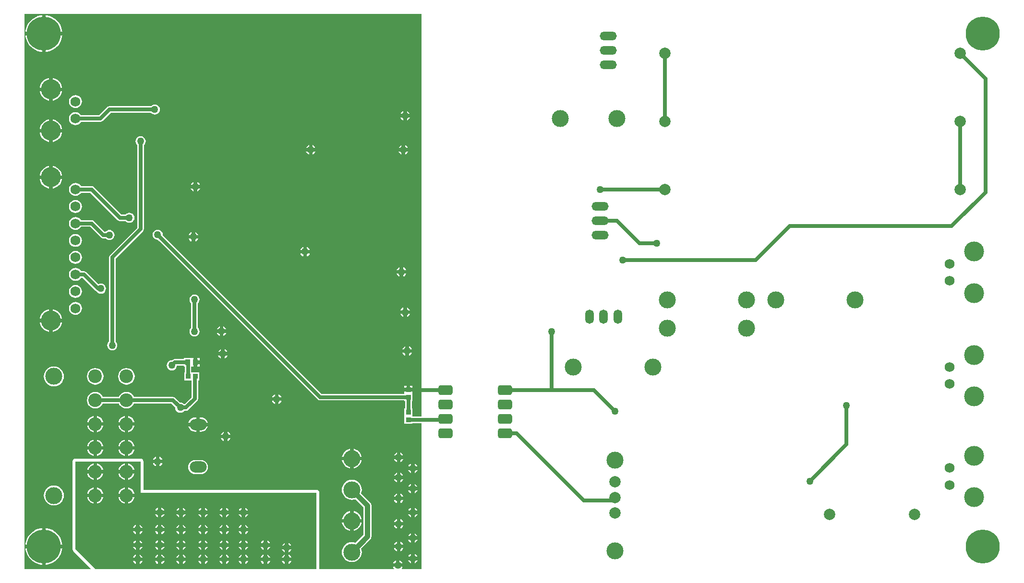
<source format=gbl>
G04*
G04 #@! TF.GenerationSoftware,Altium Limited,Altium Designer,18.1.9 (240)*
G04*
G04 Layer_Physical_Order=2*
G04 Layer_Color=16711680*
%FSLAX44Y44*%
%MOMM*%
G71*
G01*
G75*
%ADD22R,0.9500X0.8500*%
%ADD24R,0.8500X0.9500*%
G04:AMPARAMS|DCode=26|XSize=2.52mm|YSize=1.75mm|CornerRadius=0.4375mm|HoleSize=0mm|Usage=FLASHONLY|Rotation=180.000|XOffset=0mm|YOffset=0mm|HoleType=Round|Shape=RoundedRectangle|*
%AMROUNDEDRECTD26*
21,1,2.5200,0.8750,0,0,180.0*
21,1,1.6450,1.7500,0,0,180.0*
1,1,0.8750,-0.8225,0.4375*
1,1,0.8750,0.8225,0.4375*
1,1,0.8750,0.8225,-0.4375*
1,1,0.8750,-0.8225,-0.4375*
%
%ADD26ROUNDEDRECTD26*%
%ADD58C,0.6350*%
%ADD60C,2.0000*%
%ADD61C,3.0000*%
%ADD62C,1.7500*%
%ADD63C,3.5000*%
%ADD64C,2.4000*%
%ADD65O,1.5000X2.5000*%
%ADD66O,3.0000X1.5000*%
%ADD67O,3.0000X2.0000*%
%ADD68C,1.2700*%
%ADD69C,6.0000*%
%ADD70R,0.9000X1.0000*%
%ADD71C,0.8890*%
G36*
X715000Y279327D02*
X699525D01*
Y293290D01*
X698062D01*
Y306710D01*
X699525D01*
Y319710D01*
Y323325D01*
X692234D01*
X684945D01*
Y319327D01*
X538914D01*
X258882Y599358D01*
X258967Y600000D01*
X258661Y602321D01*
X257765Y604483D01*
X256340Y606340D01*
X254483Y607765D01*
X252321Y608661D01*
X250000Y608967D01*
X247679Y608661D01*
X245517Y607765D01*
X243660Y606340D01*
X242235Y604483D01*
X241339Y602321D01*
X241033Y600000D01*
X241339Y597679D01*
X242235Y595517D01*
X243660Y593660D01*
X245517Y592235D01*
X247679Y591339D01*
X250000Y591033D01*
X250642Y591118D01*
X532380Y309380D01*
X534270Y308117D01*
X536500Y307673D01*
X684945D01*
Y306710D01*
X686408D01*
Y293290D01*
X684945D01*
Y279710D01*
Y266710D01*
X699525D01*
Y267673D01*
X715000D01*
Y10000D01*
X680867D01*
X680241Y11270D01*
X681265Y12605D01*
X681807Y13913D01*
X665193D01*
X665735Y12605D01*
X666759Y11270D01*
X666133Y10000D01*
X536368D01*
X535098Y10000D01*
Y145000D01*
X534710Y146951D01*
X533605Y148605D01*
X531951Y149710D01*
X530000Y150098D01*
X225098D01*
Y200000D01*
X224710Y201951D01*
X223605Y203605D01*
X221951Y204710D01*
X220000Y205098D01*
X105000D01*
X103049Y204710D01*
X101395Y203605D01*
X100290Y201951D01*
X99902Y200000D01*
X99902Y145000D01*
X99902Y45000D01*
X100290Y43049D01*
X101395Y41395D01*
X131617Y11173D01*
X131131Y10000D01*
X15000D01*
X15000Y990000D01*
X715000Y990000D01*
X715000Y279327D01*
D02*
G37*
G36*
X220000Y199498D02*
X220000D01*
X220000Y199498D01*
Y150098D01*
Y145000D01*
X528938D01*
X530000Y144498D01*
X530000D01*
X530000Y144498D01*
Y10000D01*
X140000D01*
X135222Y14778D01*
X128740Y21260D01*
X105355Y44645D01*
X105092Y45038D01*
X105000Y45502D01*
X105000Y145000D01*
X105000Y199498D01*
X105083Y199917D01*
X105502Y200000D01*
X218938D01*
X220000Y199498D01*
D02*
G37*
%LPC*%
G36*
X52550Y987391D02*
Y958175D01*
X81766D01*
X81614Y960106D01*
X80418Y965087D01*
X78458Y969818D01*
X75782Y974186D01*
X72456Y978080D01*
X68561Y981407D01*
X64194Y984083D01*
X59462Y986043D01*
X54481Y987239D01*
X52550Y987391D01*
D02*
G37*
G36*
X46200D02*
X44269Y987239D01*
X39289Y986043D01*
X34557Y984083D01*
X30189Y981407D01*
X26295Y978080D01*
X22968Y974186D01*
X20292Y969818D01*
X18332Y965087D01*
X17136Y960106D01*
X16984Y958175D01*
X46200D01*
Y987391D01*
D02*
G37*
G36*
X81766Y951825D02*
X52550D01*
Y922609D01*
X54481Y922761D01*
X59462Y923957D01*
X64194Y925917D01*
X68561Y928593D01*
X72456Y931920D01*
X75782Y935814D01*
X78458Y940182D01*
X80418Y944913D01*
X81614Y949894D01*
X81766Y951825D01*
D02*
G37*
G36*
X46200D02*
X16984D01*
X17136Y949894D01*
X18332Y944913D01*
X20292Y940182D01*
X22968Y935814D01*
X26295Y931920D01*
X30189Y928593D01*
X34557Y925917D01*
X39289Y923957D01*
X44269Y922761D01*
X46200Y922609D01*
Y951825D01*
D02*
G37*
G36*
X64975Y876324D02*
Y859675D01*
X81624D01*
X81550Y860428D01*
X80404Y864206D01*
X78543Y867688D01*
X76039Y870739D01*
X72987Y873243D01*
X69506Y875104D01*
X65729Y876250D01*
X64975Y876324D01*
D02*
G37*
G36*
X58625D02*
X57871Y876250D01*
X54094Y875104D01*
X50613Y873243D01*
X47561Y870739D01*
X45057Y867688D01*
X43196Y864206D01*
X42050Y860428D01*
X41976Y859675D01*
X58625D01*
Y876324D01*
D02*
G37*
G36*
X81624Y853325D02*
X64975D01*
Y836676D01*
X65729Y836750D01*
X69506Y837896D01*
X72987Y839757D01*
X76039Y842261D01*
X78543Y845312D01*
X80404Y848794D01*
X81550Y852571D01*
X81624Y853325D01*
D02*
G37*
G36*
X58625D02*
X41976D01*
X42050Y852571D01*
X43196Y848794D01*
X45057Y845312D01*
X47561Y842261D01*
X50613Y839757D01*
X54094Y837896D01*
X57871Y836750D01*
X58625Y836676D01*
Y853325D01*
D02*
G37*
G36*
X105000Y846387D02*
X102053Y845999D01*
X99306Y844862D01*
X96948Y843052D01*
X95138Y840694D01*
X94001Y837947D01*
X93613Y835000D01*
X94001Y832053D01*
X95138Y829306D01*
X96948Y826948D01*
X99306Y825138D01*
X102053Y824001D01*
X105000Y823613D01*
X107947Y824001D01*
X110694Y825138D01*
X113052Y826948D01*
X114862Y829306D01*
X115999Y832053D01*
X116387Y835000D01*
X115999Y837947D01*
X114862Y840694D01*
X113052Y843052D01*
X110694Y844862D01*
X107947Y845999D01*
X105000Y846387D01*
D02*
G37*
G36*
X689675Y818307D02*
Y813175D01*
X694807D01*
X694265Y814483D01*
X692840Y816340D01*
X690983Y817765D01*
X689675Y818307D01*
D02*
G37*
G36*
X683325D02*
X682017Y817765D01*
X680160Y816340D01*
X678735Y814483D01*
X678193Y813175D01*
X683325D01*
Y818307D01*
D02*
G37*
G36*
X245000Y829967D02*
X242679Y829661D01*
X240517Y828765D01*
X238660Y827340D01*
X238266Y826827D01*
X165000D01*
X162770Y826383D01*
X160880Y825120D01*
X146586Y810827D01*
X114760D01*
X113052Y813052D01*
X110694Y814862D01*
X107947Y815999D01*
X105000Y816387D01*
X102053Y815999D01*
X99306Y814862D01*
X96948Y813052D01*
X95138Y810694D01*
X94001Y807947D01*
X93613Y805000D01*
X94001Y802053D01*
X95138Y799306D01*
X96948Y796948D01*
X99306Y795138D01*
X102053Y794001D01*
X105000Y793613D01*
X107947Y794001D01*
X110694Y795138D01*
X113052Y796948D01*
X114760Y799173D01*
X149000D01*
X151230Y799617D01*
X153120Y800880D01*
X167414Y815173D01*
X238266D01*
X238660Y814660D01*
X240517Y813235D01*
X242679Y812339D01*
X245000Y812033D01*
X247321Y812339D01*
X249483Y813235D01*
X251340Y814660D01*
X252765Y816517D01*
X253661Y818679D01*
X253967Y821000D01*
X253661Y823321D01*
X252765Y825483D01*
X251340Y827340D01*
X249483Y828765D01*
X247321Y829661D01*
X245000Y829967D01*
D02*
G37*
G36*
X694807Y806825D02*
X689675D01*
Y801693D01*
X690983Y802235D01*
X692840Y803660D01*
X694265Y805517D01*
X694807Y806825D01*
D02*
G37*
G36*
X683325D02*
X678193D01*
X678735Y805517D01*
X680160Y803660D01*
X682017Y802235D01*
X683325Y801693D01*
Y806825D01*
D02*
G37*
G36*
X64975Y803324D02*
Y786675D01*
X81624D01*
X81550Y787429D01*
X80404Y791206D01*
X78543Y794688D01*
X76039Y797739D01*
X72987Y800243D01*
X69506Y802104D01*
X65729Y803250D01*
X64975Y803324D01*
D02*
G37*
G36*
X58625D02*
X57871Y803250D01*
X54094Y802104D01*
X50613Y800243D01*
X47561Y797739D01*
X45057Y794688D01*
X43196Y791206D01*
X42050Y787429D01*
X41976Y786675D01*
X58625D01*
Y803324D01*
D02*
G37*
G36*
X81624Y780325D02*
X64975D01*
Y763676D01*
X65729Y763750D01*
X69506Y764896D01*
X72987Y766757D01*
X76039Y769261D01*
X78543Y772312D01*
X80404Y775794D01*
X81550Y779572D01*
X81624Y780325D01*
D02*
G37*
G36*
X58625D02*
X41976D01*
X42050Y779572D01*
X43196Y775794D01*
X45057Y772312D01*
X47561Y769261D01*
X50613Y766757D01*
X54094Y764896D01*
X57871Y763750D01*
X58625Y763676D01*
Y780325D01*
D02*
G37*
G36*
X686500Y758307D02*
Y753175D01*
X691632D01*
X691090Y754483D01*
X689665Y756340D01*
X687808Y757765D01*
X686500Y758307D01*
D02*
G37*
G36*
X680150D02*
X678842Y757765D01*
X676985Y756340D01*
X675560Y754483D01*
X675018Y753175D01*
X680150D01*
Y758307D01*
D02*
G37*
G36*
X523175D02*
Y753175D01*
X528307D01*
X527765Y754483D01*
X526340Y756340D01*
X524483Y757765D01*
X523175Y758307D01*
D02*
G37*
G36*
X516825D02*
X515517Y757765D01*
X513660Y756340D01*
X512235Y754483D01*
X511693Y753175D01*
X516825D01*
Y758307D01*
D02*
G37*
G36*
X691632Y746825D02*
X686500D01*
Y741693D01*
X687808Y742235D01*
X689665Y743660D01*
X691090Y745517D01*
X691632Y746825D01*
D02*
G37*
G36*
X680150D02*
X675018D01*
X675560Y745517D01*
X676985Y743660D01*
X678842Y742235D01*
X680150Y741693D01*
Y746825D01*
D02*
G37*
G36*
X528307D02*
X523175D01*
Y741693D01*
X524483Y742235D01*
X526340Y743660D01*
X527765Y745517D01*
X528307Y746825D01*
D02*
G37*
G36*
X516825D02*
X511693D01*
X512235Y745517D01*
X513660Y743660D01*
X515517Y742235D01*
X516825Y741693D01*
Y746825D01*
D02*
G37*
G36*
X64975Y721324D02*
Y704675D01*
X81624D01*
X81550Y705428D01*
X80404Y709206D01*
X78543Y712688D01*
X76039Y715739D01*
X72987Y718243D01*
X69506Y720104D01*
X65729Y721250D01*
X64975Y721324D01*
D02*
G37*
G36*
X58625D02*
X57871Y721250D01*
X54094Y720104D01*
X50613Y718243D01*
X47561Y715739D01*
X45057Y712688D01*
X43196Y709206D01*
X42050Y705428D01*
X41976Y704675D01*
X58625D01*
Y721324D01*
D02*
G37*
G36*
X319905Y693307D02*
Y688175D01*
X325037D01*
X324495Y689483D01*
X323070Y691340D01*
X321213Y692765D01*
X319905Y693307D01*
D02*
G37*
G36*
X313555D02*
X312247Y692765D01*
X310390Y691340D01*
X308965Y689483D01*
X308423Y688175D01*
X313555D01*
Y693307D01*
D02*
G37*
G36*
X81624Y698325D02*
X64975D01*
Y681676D01*
X65729Y681750D01*
X69506Y682896D01*
X72987Y684757D01*
X76039Y687261D01*
X78543Y690312D01*
X80404Y693794D01*
X81550Y697571D01*
X81624Y698325D01*
D02*
G37*
G36*
X58625D02*
X41976D01*
X42050Y697571D01*
X43196Y693794D01*
X45057Y690312D01*
X47561Y687261D01*
X50613Y684757D01*
X54094Y682896D01*
X57871Y681750D01*
X58625Y681676D01*
Y698325D01*
D02*
G37*
G36*
X325037Y681825D02*
X319905D01*
Y676693D01*
X321213Y677235D01*
X323070Y678660D01*
X324495Y680517D01*
X325037Y681825D01*
D02*
G37*
G36*
X313555D02*
X308423D01*
X308965Y680517D01*
X310390Y678660D01*
X312247Y677235D01*
X313555Y676693D01*
Y681825D01*
D02*
G37*
G36*
X105000Y661387D02*
X102053Y660999D01*
X99306Y659862D01*
X96948Y658052D01*
X95138Y655694D01*
X94001Y652947D01*
X93613Y650000D01*
X94001Y647053D01*
X95138Y644306D01*
X96948Y641948D01*
X99306Y640138D01*
X102053Y639001D01*
X105000Y638613D01*
X107947Y639001D01*
X110694Y640138D01*
X113052Y641948D01*
X114862Y644306D01*
X115999Y647053D01*
X116387Y650000D01*
X115999Y652947D01*
X114862Y655694D01*
X113052Y658052D01*
X110694Y659862D01*
X107947Y660999D01*
X105000Y661387D01*
D02*
G37*
G36*
Y691387D02*
X102053Y690999D01*
X99306Y689862D01*
X96948Y688052D01*
X95138Y685694D01*
X94001Y682947D01*
X93613Y680000D01*
X94001Y677053D01*
X95138Y674306D01*
X96948Y671948D01*
X99306Y670138D01*
X102053Y669001D01*
X105000Y668613D01*
X107947Y669001D01*
X110694Y670138D01*
X113052Y671948D01*
X114760Y674173D01*
X131176D01*
X179470Y625880D01*
X181360Y624617D01*
X183590Y624173D01*
X193266D01*
X193660Y623660D01*
X195517Y622235D01*
X197679Y621339D01*
X200000Y621033D01*
X202321Y621339D01*
X204483Y622235D01*
X206340Y623660D01*
X207765Y625517D01*
X208661Y627679D01*
X208967Y630000D01*
X208661Y632321D01*
X207765Y634483D01*
X206340Y636340D01*
X204483Y637765D01*
X202321Y638661D01*
X200000Y638967D01*
X197679Y638661D01*
X195517Y637765D01*
X193660Y636340D01*
X193266Y635827D01*
X186004D01*
X137710Y684120D01*
X135820Y685383D01*
X133590Y685827D01*
X114760D01*
X113052Y688052D01*
X110694Y689862D01*
X107947Y690999D01*
X105000Y691387D01*
D02*
G37*
G36*
X316172Y604807D02*
Y599675D01*
X321304D01*
X320762Y600983D01*
X319337Y602840D01*
X317480Y604265D01*
X316172Y604807D01*
D02*
G37*
G36*
X309822D02*
X308513Y604265D01*
X306656Y602840D01*
X305231Y600983D01*
X304689Y599675D01*
X309822D01*
Y604807D01*
D02*
G37*
G36*
X105000Y631387D02*
X102053Y630999D01*
X99306Y629862D01*
X96948Y628052D01*
X95138Y625694D01*
X94001Y622947D01*
X93613Y620000D01*
X94001Y617053D01*
X95138Y614306D01*
X96948Y611948D01*
X99306Y610138D01*
X102053Y609001D01*
X105000Y608613D01*
X107947Y609001D01*
X110694Y610138D01*
X113052Y611948D01*
X114760Y614173D01*
X131176D01*
X149870Y595480D01*
X151760Y594217D01*
X153990Y593773D01*
X158266D01*
X158660Y593260D01*
X160517Y591835D01*
X162679Y590939D01*
X165000Y590633D01*
X167321Y590939D01*
X169483Y591835D01*
X171340Y593260D01*
X172765Y595117D01*
X173661Y597279D01*
X173967Y599600D01*
X173661Y601921D01*
X172765Y604083D01*
X171340Y605940D01*
X169483Y607365D01*
X167321Y608261D01*
X165000Y608567D01*
X162679Y608261D01*
X160517Y607365D01*
X158660Y605940D01*
X158266Y605427D01*
X156404D01*
X137710Y624120D01*
X135820Y625383D01*
X133590Y625827D01*
X114760D01*
X113052Y628052D01*
X110694Y629862D01*
X107947Y630999D01*
X105000Y631387D01*
D02*
G37*
G36*
X321304Y593325D02*
X316172D01*
Y588193D01*
X317480Y588735D01*
X319337Y590160D01*
X320762Y592017D01*
X321304Y593325D01*
D02*
G37*
G36*
X309822D02*
X304689D01*
X305231Y592017D01*
X306656Y590160D01*
X308513Y588735D01*
X309822Y588193D01*
Y593325D01*
D02*
G37*
G36*
X105000Y601387D02*
X102053Y600999D01*
X99306Y599862D01*
X96948Y598052D01*
X95138Y595694D01*
X94001Y592947D01*
X93613Y590000D01*
X94001Y587053D01*
X95138Y584306D01*
X96948Y581948D01*
X99306Y580138D01*
X102053Y579001D01*
X105000Y578613D01*
X107947Y579001D01*
X110694Y580138D01*
X113052Y581948D01*
X114862Y584306D01*
X115999Y587053D01*
X116387Y590000D01*
X115999Y592947D01*
X114862Y595694D01*
X113052Y598052D01*
X110694Y599862D01*
X107947Y600999D01*
X105000Y601387D01*
D02*
G37*
G36*
X513175Y578537D02*
Y573405D01*
X518307D01*
X517765Y574713D01*
X516340Y576570D01*
X514483Y577995D01*
X513175Y578537D01*
D02*
G37*
G36*
X506825D02*
X505517Y577995D01*
X503660Y576570D01*
X502235Y574713D01*
X501693Y573405D01*
X506825D01*
Y578537D01*
D02*
G37*
G36*
X518307Y567055D02*
X513175D01*
Y561923D01*
X514483Y562465D01*
X516340Y563890D01*
X517765Y565747D01*
X518307Y567055D01*
D02*
G37*
G36*
X506825D02*
X501693D01*
X502235Y565747D01*
X503660Y563890D01*
X505517Y562465D01*
X506825Y561923D01*
Y567055D01*
D02*
G37*
G36*
X105000Y571387D02*
X102053Y570999D01*
X99306Y569862D01*
X96948Y568052D01*
X95138Y565694D01*
X94001Y562947D01*
X93613Y560000D01*
X94001Y557053D01*
X95138Y554306D01*
X96948Y551948D01*
X99306Y550138D01*
X102053Y549001D01*
X105000Y548613D01*
X107947Y549001D01*
X110694Y550138D01*
X113052Y551948D01*
X114862Y554306D01*
X115999Y557053D01*
X116387Y560000D01*
X115999Y562947D01*
X114862Y565694D01*
X113052Y568052D01*
X110694Y569862D01*
X107947Y570999D01*
X105000Y571387D01*
D02*
G37*
G36*
X683175Y542837D02*
Y537705D01*
X688307D01*
X687765Y539013D01*
X686340Y540870D01*
X684483Y542295D01*
X683175Y542837D01*
D02*
G37*
G36*
X676825D02*
X675517Y542295D01*
X673660Y540870D01*
X672235Y539013D01*
X671693Y537705D01*
X676825D01*
Y542837D01*
D02*
G37*
G36*
X688307Y531355D02*
X683175D01*
Y526223D01*
X684483Y526765D01*
X686340Y528190D01*
X687765Y530047D01*
X688307Y531355D01*
D02*
G37*
G36*
X676825D02*
X671693D01*
X672235Y530047D01*
X673660Y528190D01*
X675517Y526765D01*
X676825Y526223D01*
Y531355D01*
D02*
G37*
G36*
X105000Y541387D02*
X102053Y540999D01*
X99306Y539862D01*
X96948Y538052D01*
X95138Y535694D01*
X94001Y532947D01*
X93613Y530000D01*
X94001Y527053D01*
X95138Y524306D01*
X96948Y521948D01*
X99306Y520138D01*
X102053Y519001D01*
X105000Y518613D01*
X107947Y519001D01*
X110694Y520138D01*
X113052Y521948D01*
X114760Y524173D01*
X117586D01*
X140880Y500880D01*
X142770Y499617D01*
X142953Y499580D01*
X143660Y498660D01*
X145517Y497235D01*
X147679Y496339D01*
X150000Y496033D01*
X152321Y496339D01*
X154483Y497235D01*
X156340Y498660D01*
X157765Y500517D01*
X158661Y502679D01*
X158967Y505000D01*
X158661Y507321D01*
X157765Y509483D01*
X156340Y511340D01*
X154483Y512765D01*
X152321Y513661D01*
X150000Y513967D01*
X147679Y513661D01*
X145517Y512765D01*
X145493Y512747D01*
X124120Y534120D01*
X122230Y535383D01*
X120000Y535827D01*
X114760D01*
X113052Y538052D01*
X110694Y539862D01*
X107947Y540999D01*
X105000Y541387D01*
D02*
G37*
G36*
Y511387D02*
X102053Y510999D01*
X99306Y509862D01*
X96948Y508052D01*
X95138Y505694D01*
X94001Y502947D01*
X93613Y500000D01*
X94001Y497053D01*
X95138Y494306D01*
X96948Y491948D01*
X99306Y490138D01*
X102053Y489001D01*
X105000Y488613D01*
X107947Y489001D01*
X110694Y490138D01*
X113052Y491948D01*
X114862Y494306D01*
X115999Y497053D01*
X116387Y500000D01*
X115999Y502947D01*
X114862Y505694D01*
X113052Y508052D01*
X110694Y509862D01*
X107947Y510999D01*
X105000Y511387D01*
D02*
G37*
G36*
X689675Y471607D02*
Y466475D01*
X694807D01*
X694265Y467783D01*
X692840Y469640D01*
X690983Y471065D01*
X689675Y471607D01*
D02*
G37*
G36*
X683325D02*
X682017Y471065D01*
X680160Y469640D01*
X678735Y467783D01*
X678193Y466475D01*
X683325D01*
Y471607D01*
D02*
G37*
G36*
X105000Y481387D02*
X102053Y480999D01*
X99306Y479862D01*
X96948Y478052D01*
X95138Y475694D01*
X94001Y472947D01*
X93613Y470000D01*
X94001Y467053D01*
X95138Y464306D01*
X96948Y461948D01*
X99306Y460138D01*
X102053Y459001D01*
X105000Y458613D01*
X107947Y459001D01*
X110694Y460138D01*
X113052Y461948D01*
X114862Y464306D01*
X115999Y467053D01*
X116387Y470000D01*
X115999Y472947D01*
X114862Y475694D01*
X113052Y478052D01*
X110694Y479862D01*
X107947Y480999D01*
X105000Y481387D01*
D02*
G37*
G36*
X694807Y460125D02*
X689675D01*
Y454993D01*
X690983Y455535D01*
X692840Y456960D01*
X694265Y458817D01*
X694807Y460125D01*
D02*
G37*
G36*
X683325D02*
X678193D01*
X678735Y458817D01*
X680160Y456960D01*
X682017Y455535D01*
X683325Y454993D01*
Y460125D01*
D02*
G37*
G36*
X64975Y468324D02*
Y451675D01*
X81624D01*
X81550Y452429D01*
X80404Y456206D01*
X78543Y459688D01*
X76039Y462739D01*
X72987Y465243D01*
X69506Y467104D01*
X65729Y468250D01*
X64975Y468324D01*
D02*
G37*
G36*
X58625D02*
X57871Y468250D01*
X54094Y467104D01*
X50613Y465243D01*
X47561Y462739D01*
X45057Y459688D01*
X43196Y456206D01*
X42050Y452429D01*
X41976Y451675D01*
X58625D01*
Y468324D01*
D02*
G37*
G36*
X365761Y438307D02*
Y433175D01*
X370894D01*
X370352Y434483D01*
X368927Y436340D01*
X367070Y437765D01*
X365761Y438307D01*
D02*
G37*
G36*
X359411D02*
X358103Y437765D01*
X356246Y436340D01*
X354821Y434483D01*
X354279Y433175D01*
X359411D01*
Y438307D01*
D02*
G37*
G36*
X81624Y445325D02*
X64975D01*
Y428676D01*
X65729Y428750D01*
X69506Y429896D01*
X72987Y431757D01*
X76039Y434261D01*
X78543Y437313D01*
X80404Y440794D01*
X81550Y444571D01*
X81624Y445325D01*
D02*
G37*
G36*
X58625D02*
X41976D01*
X42050Y444571D01*
X43196Y440794D01*
X45057Y437313D01*
X47561Y434261D01*
X50613Y431757D01*
X54094Y429896D01*
X57871Y428750D01*
X58625Y428676D01*
Y445325D01*
D02*
G37*
G36*
X370894Y426825D02*
X365761D01*
Y421693D01*
X367070Y422235D01*
X368927Y423660D01*
X370352Y425517D01*
X370894Y426825D01*
D02*
G37*
G36*
X359411D02*
X354279D01*
X354821Y425517D01*
X356246Y423660D01*
X358103Y422235D01*
X359411Y421693D01*
Y426825D01*
D02*
G37*
G36*
X315026Y494618D02*
X312705Y494312D01*
X310543Y493416D01*
X308685Y491991D01*
X307260Y490134D01*
X306365Y487972D01*
X306059Y485651D01*
X306365Y483330D01*
X307260Y481168D01*
X308685Y479311D01*
X309199Y478917D01*
Y436080D01*
X308685Y435686D01*
X307260Y433829D01*
X306365Y431667D01*
X306059Y429346D01*
X306365Y427025D01*
X307260Y424863D01*
X308685Y423006D01*
X310543Y421581D01*
X312705Y420685D01*
X315026Y420379D01*
X317347Y420685D01*
X319509Y421581D01*
X321366Y423006D01*
X322791Y424863D01*
X323687Y427025D01*
X323993Y429346D01*
X323687Y431667D01*
X322791Y433829D01*
X321366Y435686D01*
X320853Y436080D01*
Y478917D01*
X321366Y479311D01*
X322791Y481168D01*
X323687Y483330D01*
X323993Y485651D01*
X323687Y487972D01*
X322791Y490134D01*
X321366Y491991D01*
X319509Y493416D01*
X317347Y494312D01*
X315026Y494618D01*
D02*
G37*
G36*
X693175Y403307D02*
Y398175D01*
X698307D01*
X697765Y399483D01*
X696340Y401340D01*
X694483Y402765D01*
X693175Y403307D01*
D02*
G37*
G36*
X686825D02*
X685517Y402765D01*
X683660Y401340D01*
X682235Y399483D01*
X681693Y398175D01*
X686825D01*
Y403307D01*
D02*
G37*
G36*
X220000Y773967D02*
X217679Y773661D01*
X215517Y772765D01*
X213660Y771340D01*
X212235Y769483D01*
X211339Y767321D01*
X211033Y765000D01*
X211339Y762679D01*
X212235Y760517D01*
X213660Y758660D01*
X214173Y758266D01*
Y612414D01*
X165880Y564120D01*
X164617Y562230D01*
X164173Y560000D01*
Y411734D01*
X163660Y411340D01*
X162235Y409483D01*
X161339Y407321D01*
X161033Y405000D01*
X161339Y402679D01*
X162235Y400517D01*
X163660Y398660D01*
X165517Y397235D01*
X167679Y396339D01*
X170000Y396033D01*
X172321Y396339D01*
X174483Y397235D01*
X176340Y398660D01*
X177765Y400517D01*
X178661Y402679D01*
X178967Y405000D01*
X178661Y407321D01*
X177765Y409483D01*
X176340Y411340D01*
X175827Y411734D01*
Y557586D01*
X224120Y605880D01*
X225383Y607770D01*
X225827Y610000D01*
Y758266D01*
X226340Y758660D01*
X227765Y760517D01*
X228661Y762679D01*
X228967Y765000D01*
X228661Y767321D01*
X227765Y769483D01*
X226340Y771340D01*
X224483Y772765D01*
X222321Y773661D01*
X220000Y773967D01*
D02*
G37*
G36*
X368175Y398319D02*
Y393186D01*
X373307D01*
X372765Y394495D01*
X371340Y396352D01*
X369483Y397777D01*
X368175Y398319D01*
D02*
G37*
G36*
X361825D02*
X360517Y397777D01*
X358660Y396352D01*
X357235Y394495D01*
X356693Y393186D01*
X361825D01*
Y398319D01*
D02*
G37*
G36*
X698307Y391825D02*
X693175D01*
Y386693D01*
X694483Y387235D01*
X696340Y388660D01*
X697765Y390517D01*
X698307Y391825D01*
D02*
G37*
G36*
X686825D02*
X681693D01*
X682235Y390517D01*
X683660Y388660D01*
X685517Y387235D01*
X686825Y386693D01*
Y391825D01*
D02*
G37*
G36*
X373307Y386837D02*
X368175D01*
Y381704D01*
X369483Y382246D01*
X371340Y383671D01*
X372765Y385528D01*
X373307Y386837D01*
D02*
G37*
G36*
X361825D02*
X356693D01*
X357235Y385528D01*
X358660Y383671D01*
X360517Y382246D01*
X361825Y381704D01*
Y386837D01*
D02*
G37*
G36*
X313575Y382540D02*
X296210D01*
Y380827D01*
X280460D01*
X278230Y380383D01*
X276340Y379120D01*
X275642Y378422D01*
X275000Y378507D01*
X272679Y378201D01*
X270517Y377305D01*
X268660Y375880D01*
X267235Y374023D01*
X266339Y371861D01*
X266033Y369540D01*
X266339Y367219D01*
X267235Y365057D01*
X268660Y363200D01*
X270517Y361775D01*
X272679Y360879D01*
X275000Y360573D01*
X277321Y360879D01*
X279483Y361775D01*
X281340Y363200D01*
X282765Y365057D01*
X283661Y367219D01*
X283918Y369173D01*
X296210D01*
Y367460D01*
X297673D01*
Y357290D01*
X296710D01*
Y342710D01*
X309783D01*
Y313024D01*
X297873Y301113D01*
X296463Y301181D01*
X296340Y301340D01*
X294483Y302765D01*
X292321Y303661D01*
X290000Y303967D01*
X289358Y303882D01*
X281120Y312120D01*
X279230Y313383D01*
X277000Y313827D01*
X208324D01*
X207701Y315333D01*
X205370Y318370D01*
X202333Y320701D01*
X198796Y322166D01*
X195000Y322665D01*
X191204Y322166D01*
X187667Y320701D01*
X184630Y318370D01*
X182299Y315333D01*
X181676Y313827D01*
X153324D01*
X152701Y315333D01*
X150370Y318370D01*
X147333Y320701D01*
X143796Y322166D01*
X140000Y322665D01*
X136204Y322166D01*
X132667Y320701D01*
X129630Y318370D01*
X127299Y315333D01*
X125834Y311796D01*
X125335Y308000D01*
X125834Y304204D01*
X127299Y300667D01*
X129630Y297630D01*
X132667Y295299D01*
X136204Y293834D01*
X140000Y293335D01*
X143796Y293834D01*
X147333Y295299D01*
X150370Y297630D01*
X152701Y300667D01*
X153324Y302173D01*
X181676D01*
X182299Y300667D01*
X184630Y297630D01*
X187667Y295299D01*
X191204Y293834D01*
X195000Y293335D01*
X198796Y293834D01*
X202333Y295299D01*
X205370Y297630D01*
X207701Y300667D01*
X208324Y302173D01*
X274586D01*
X281118Y295642D01*
X281033Y295000D01*
X281339Y292679D01*
X282235Y290517D01*
X283660Y288660D01*
X285517Y287235D01*
X287679Y286339D01*
X290000Y286033D01*
X292321Y286339D01*
X294483Y287235D01*
X296340Y288660D01*
X296734Y289173D01*
X300000D01*
X302230Y289617D01*
X304120Y290880D01*
X319730Y306490D01*
X320993Y308380D01*
X321437Y310610D01*
Y342710D01*
X323290D01*
Y357290D01*
X309327D01*
Y367460D01*
X313575D01*
Y375000D01*
Y382540D01*
D02*
G37*
G36*
X323790D02*
X319925D01*
Y378175D01*
X323790D01*
Y382540D01*
D02*
G37*
G36*
Y371825D02*
X319925D01*
Y367460D01*
X323790D01*
Y371825D01*
D02*
G37*
G36*
X195000Y364665D02*
X191204Y364166D01*
X187667Y362701D01*
X184630Y360370D01*
X182299Y357333D01*
X180834Y353796D01*
X180334Y350000D01*
X180834Y346204D01*
X182299Y342667D01*
X184630Y339630D01*
X187667Y337299D01*
X191204Y335834D01*
X195000Y335335D01*
X198796Y335834D01*
X202333Y337299D01*
X205370Y339630D01*
X207701Y342667D01*
X209166Y346204D01*
X209666Y350000D01*
X209166Y353796D01*
X207701Y357333D01*
X205370Y360370D01*
X202333Y362701D01*
X198796Y364166D01*
X195000Y364665D01*
D02*
G37*
G36*
X140000D02*
X136204Y364166D01*
X132667Y362701D01*
X129630Y360370D01*
X127299Y357333D01*
X125834Y353796D01*
X125335Y350000D01*
X125834Y346204D01*
X127299Y342667D01*
X129630Y339630D01*
X132667Y337299D01*
X136204Y335834D01*
X140000Y335335D01*
X143796Y335834D01*
X147333Y337299D01*
X150370Y339630D01*
X152701Y342667D01*
X154166Y346204D01*
X154665Y350000D01*
X154166Y353796D01*
X152701Y357333D01*
X150370Y360370D01*
X147333Y362701D01*
X143796Y364166D01*
X140000Y364665D01*
D02*
G37*
G36*
X67000Y367625D02*
X63562Y367286D01*
X60255Y366283D01*
X57208Y364655D01*
X54537Y362463D01*
X52345Y359792D01*
X50717Y356745D01*
X49714Y353438D01*
X49375Y350000D01*
X49714Y346562D01*
X50717Y343255D01*
X52345Y340208D01*
X54537Y337537D01*
X57208Y335345D01*
X60255Y333717D01*
X63562Y332714D01*
X67000Y332375D01*
X70438Y332714D01*
X73745Y333717D01*
X76792Y335345D01*
X79463Y337537D01*
X81655Y340208D01*
X83283Y343255D01*
X84286Y346562D01*
X84625Y350000D01*
X84286Y353438D01*
X83283Y356745D01*
X81655Y359792D01*
X79463Y362463D01*
X76792Y364655D01*
X73745Y366283D01*
X70438Y367286D01*
X67000Y367625D01*
D02*
G37*
G36*
X699525Y333290D02*
X695409D01*
Y329675D01*
X699525D01*
Y333290D01*
D02*
G37*
G36*
X689060D02*
X684945D01*
Y329675D01*
X689060D01*
Y333290D01*
D02*
G37*
G36*
X463175Y318307D02*
Y313175D01*
X468307D01*
X467765Y314483D01*
X466340Y316340D01*
X464483Y317765D01*
X463175Y318307D01*
D02*
G37*
G36*
X456825D02*
X455517Y317765D01*
X453660Y316340D01*
X452235Y314483D01*
X451693Y313175D01*
X456825D01*
Y318307D01*
D02*
G37*
G36*
X468307Y306825D02*
X463175D01*
Y301693D01*
X464483Y302235D01*
X466340Y303660D01*
X467765Y305517D01*
X468307Y306825D01*
D02*
G37*
G36*
X456825D02*
X451693D01*
X452235Y305517D01*
X453660Y303660D01*
X455517Y302235D01*
X456825Y301693D01*
Y306825D01*
D02*
G37*
G36*
X143175Y280247D02*
Y269175D01*
X154248D01*
X154166Y269796D01*
X152701Y273333D01*
X150370Y276370D01*
X147333Y278701D01*
X143796Y280166D01*
X143175Y280247D01*
D02*
G37*
G36*
X136825D02*
X136204Y280166D01*
X132667Y278701D01*
X129630Y276370D01*
X127299Y273333D01*
X125834Y269796D01*
X125752Y269175D01*
X136825D01*
Y280247D01*
D02*
G37*
G36*
X198175Y280247D02*
Y269175D01*
X209247D01*
X209166Y269796D01*
X207701Y273333D01*
X205370Y276370D01*
X202333Y278701D01*
X198796Y280166D01*
X198175Y280247D01*
D02*
G37*
G36*
X191825D02*
X191204Y280166D01*
X187667Y278701D01*
X184630Y276370D01*
X182299Y273333D01*
X180834Y269796D01*
X180753Y269175D01*
X191825D01*
Y280247D01*
D02*
G37*
G36*
X326270Y277648D02*
X324445D01*
Y268175D01*
X338500D01*
X338487Y268274D01*
X337224Y271324D01*
X335214Y273944D01*
X332594Y275954D01*
X329544Y277217D01*
X326270Y277648D01*
D02*
G37*
G36*
X318095D02*
X316270D01*
X312996Y277217D01*
X309946Y275954D01*
X307326Y273944D01*
X305316Y271324D01*
X304053Y268274D01*
X304040Y268175D01*
X318095D01*
Y277648D01*
D02*
G37*
G36*
X338500Y261825D02*
X324445D01*
Y252352D01*
X326270D01*
X329544Y252783D01*
X332594Y254046D01*
X335214Y256056D01*
X337224Y258676D01*
X338487Y261726D01*
X338500Y261825D01*
D02*
G37*
G36*
X318095D02*
X304040D01*
X304053Y261726D01*
X305316Y258676D01*
X307326Y256056D01*
X309946Y254046D01*
X312996Y252783D01*
X316270Y252352D01*
X318095D01*
Y261825D01*
D02*
G37*
G36*
X154248Y262825D02*
X143175D01*
Y251752D01*
X143796Y251834D01*
X147333Y253299D01*
X150370Y255630D01*
X152701Y258667D01*
X154166Y262204D01*
X154248Y262825D01*
D02*
G37*
G36*
X136825D02*
X125752D01*
X125834Y262204D01*
X127299Y258667D01*
X129630Y255630D01*
X132667Y253299D01*
X136204Y251834D01*
X136825Y251752D01*
Y262825D01*
D02*
G37*
G36*
X209247Y262825D02*
X198175D01*
Y251752D01*
X198796Y251834D01*
X202333Y253299D01*
X205370Y255630D01*
X207701Y258667D01*
X209166Y262204D01*
X209247Y262825D01*
D02*
G37*
G36*
X191825D02*
X180753D01*
X180834Y262204D01*
X182299Y258667D01*
X184630Y255630D01*
X187667Y253299D01*
X191204Y251834D01*
X191825Y251752D01*
Y262825D01*
D02*
G37*
G36*
X373175Y252512D02*
Y247379D01*
X378307D01*
X377765Y248688D01*
X376340Y250545D01*
X374483Y251970D01*
X373175Y252512D01*
D02*
G37*
G36*
X366825D02*
X365517Y251970D01*
X363660Y250545D01*
X362235Y248688D01*
X361693Y247379D01*
X366825D01*
Y252512D01*
D02*
G37*
G36*
X378307Y241029D02*
X373175D01*
Y235897D01*
X374483Y236439D01*
X376340Y237864D01*
X377765Y239721D01*
X378307Y241029D01*
D02*
G37*
G36*
X366825D02*
X361693D01*
X362235Y239721D01*
X363660Y237864D01*
X365517Y236439D01*
X366825Y235897D01*
Y241029D01*
D02*
G37*
G36*
X143175Y238248D02*
Y227175D01*
X154248D01*
X154166Y227796D01*
X152701Y231333D01*
X150370Y234370D01*
X147333Y236701D01*
X143796Y238166D01*
X143175Y238248D01*
D02*
G37*
G36*
X136825D02*
X136204Y238166D01*
X132667Y236701D01*
X129630Y234370D01*
X127299Y231333D01*
X125834Y227796D01*
X125752Y227175D01*
X136825D01*
Y238248D01*
D02*
G37*
G36*
X198175Y238248D02*
Y227175D01*
X209247D01*
X209166Y227796D01*
X207701Y231333D01*
X205370Y234370D01*
X202333Y236701D01*
X198796Y238166D01*
X198175Y238248D01*
D02*
G37*
G36*
X191825D02*
X191204Y238166D01*
X187667Y236701D01*
X184630Y234370D01*
X182299Y231333D01*
X180834Y227796D01*
X180753Y227175D01*
X191825D01*
Y238248D01*
D02*
G37*
G36*
X678175Y215492D02*
Y210360D01*
X683307D01*
X682765Y211668D01*
X681340Y213525D01*
X679483Y214950D01*
X678175Y215492D01*
D02*
G37*
G36*
X671825D02*
X670517Y214950D01*
X668660Y213525D01*
X667235Y211668D01*
X666693Y210360D01*
X671825D01*
Y215492D01*
D02*
G37*
G36*
X154248Y220825D02*
X143175D01*
Y209753D01*
X143796Y209834D01*
X147333Y211299D01*
X150370Y213630D01*
X152701Y216667D01*
X154166Y220204D01*
X154248Y220825D01*
D02*
G37*
G36*
X136825D02*
X125752D01*
X125834Y220204D01*
X127299Y216667D01*
X129630Y213630D01*
X132667Y211299D01*
X136204Y209834D01*
X136825Y209753D01*
Y220825D01*
D02*
G37*
G36*
X209247Y220825D02*
X198175D01*
Y209753D01*
X198796Y209834D01*
X202333Y211299D01*
X205370Y213630D01*
X207701Y216667D01*
X209166Y220204D01*
X209247Y220825D01*
D02*
G37*
G36*
X191825D02*
X180753D01*
X180834Y220204D01*
X182299Y216667D01*
X184630Y213630D01*
X187667Y211299D01*
X191204Y209834D01*
X191825Y209753D01*
Y220825D01*
D02*
G37*
G36*
X595675Y222312D02*
Y208175D01*
X609812D01*
X609786Y208438D01*
X608783Y211745D01*
X607155Y214792D01*
X604963Y217463D01*
X602292Y219655D01*
X599245Y221283D01*
X595938Y222286D01*
X595675Y222312D01*
D02*
G37*
G36*
X589325D02*
X589062Y222286D01*
X585755Y221283D01*
X582708Y219655D01*
X580037Y217463D01*
X577845Y214792D01*
X576217Y211745D01*
X575214Y208438D01*
X575188Y208175D01*
X589325D01*
Y222312D01*
D02*
G37*
G36*
X253175Y208307D02*
Y203175D01*
X258307D01*
X257765Y204483D01*
X256340Y206340D01*
X254483Y207765D01*
X253175Y208307D01*
D02*
G37*
G36*
X246825D02*
X245517Y207765D01*
X243660Y206340D01*
X242235Y204483D01*
X241693Y203175D01*
X246825D01*
Y208307D01*
D02*
G37*
G36*
X683307Y204010D02*
X678175D01*
Y198877D01*
X679483Y199419D01*
X681340Y200844D01*
X682765Y202701D01*
X683307Y204010D01*
D02*
G37*
G36*
X671825D02*
X666693D01*
X667235Y202701D01*
X668660Y200844D01*
X670517Y199419D01*
X671825Y198877D01*
Y204010D01*
D02*
G37*
G36*
X258307Y196825D02*
X253175D01*
Y191693D01*
X254483Y192235D01*
X256340Y193660D01*
X257765Y195517D01*
X258307Y196825D01*
D02*
G37*
G36*
X246825D02*
X241693D01*
X242235Y195517D01*
X243660Y193660D01*
X245517Y192235D01*
X246825Y191693D01*
Y196825D01*
D02*
G37*
G36*
X703175Y196285D02*
Y191152D01*
X708307D01*
X707765Y192461D01*
X706340Y194318D01*
X704483Y195743D01*
X703175Y196285D01*
D02*
G37*
G36*
X696825D02*
X695517Y195743D01*
X693660Y194318D01*
X692235Y192461D01*
X691693Y191152D01*
X696825D01*
Y196285D01*
D02*
G37*
G36*
X609812Y201825D02*
X595675D01*
Y187688D01*
X595938Y187714D01*
X599245Y188717D01*
X602292Y190345D01*
X604963Y192537D01*
X607155Y195208D01*
X608783Y198255D01*
X609786Y201562D01*
X609812Y201825D01*
D02*
G37*
G36*
X589325D02*
X575188D01*
X575214Y201562D01*
X576217Y198255D01*
X577845Y195208D01*
X580037Y192537D01*
X582708Y190345D01*
X585755Y188717D01*
X589062Y187714D01*
X589325Y187688D01*
Y201825D01*
D02*
G37*
G36*
X708307Y184802D02*
X703175D01*
Y179670D01*
X704483Y180212D01*
X706340Y181637D01*
X707765Y183494D01*
X708307Y184802D01*
D02*
G37*
G36*
X696825D02*
X691693D01*
X692235Y183494D01*
X693660Y181637D01*
X695517Y180212D01*
X696825Y179670D01*
Y184802D01*
D02*
G37*
G36*
X326270Y202648D02*
X316270D01*
X312996Y202217D01*
X309946Y200954D01*
X307326Y198944D01*
X305316Y196324D01*
X304053Y193274D01*
X303622Y190000D01*
X304053Y186726D01*
X305316Y183676D01*
X307326Y181056D01*
X309946Y179046D01*
X312996Y177783D01*
X316270Y177352D01*
X326270D01*
X329544Y177783D01*
X332594Y179046D01*
X335214Y181056D01*
X337224Y183676D01*
X338487Y186726D01*
X338918Y190000D01*
X338487Y193274D01*
X337224Y196324D01*
X335214Y198944D01*
X332594Y200954D01*
X329544Y202217D01*
X326270Y202648D01*
D02*
G37*
G36*
X678175Y179907D02*
Y174775D01*
X683307D01*
X682765Y176083D01*
X681340Y177940D01*
X679483Y179365D01*
X678175Y179907D01*
D02*
G37*
G36*
X671825D02*
X670517Y179365D01*
X668660Y177940D01*
X667235Y176083D01*
X666693Y174775D01*
X671825D01*
Y179907D01*
D02*
G37*
G36*
X683307Y168425D02*
X678175D01*
Y163293D01*
X679483Y163835D01*
X681340Y165260D01*
X682765Y167117D01*
X683307Y168425D01*
D02*
G37*
G36*
X671825D02*
X666693D01*
X667235Y167117D01*
X668660Y165260D01*
X670517Y163835D01*
X671825Y163293D01*
Y168425D01*
D02*
G37*
G36*
X703175Y160492D02*
Y155360D01*
X708307D01*
X707765Y156668D01*
X706340Y158525D01*
X704483Y159950D01*
X703175Y160492D01*
D02*
G37*
G36*
X696825D02*
X695517Y159950D01*
X693660Y158525D01*
X692235Y156668D01*
X691693Y155360D01*
X696825D01*
Y160492D01*
D02*
G37*
G36*
X708307Y149010D02*
X703175D01*
Y143877D01*
X704483Y144419D01*
X706340Y145844D01*
X707765Y147701D01*
X708307Y149010D01*
D02*
G37*
G36*
X696825D02*
X691693D01*
X692235Y147701D01*
X693660Y145844D01*
X695517Y144419D01*
X696825Y143877D01*
Y149010D01*
D02*
G37*
G36*
X678175Y143307D02*
Y138175D01*
X683307D01*
X682765Y139483D01*
X681340Y141340D01*
X679483Y142765D01*
X678175Y143307D01*
D02*
G37*
G36*
X671825D02*
X670517Y142765D01*
X668660Y141340D01*
X667235Y139483D01*
X666693Y138175D01*
X671825D01*
Y143307D01*
D02*
G37*
G36*
X683307Y131825D02*
X678175D01*
Y126693D01*
X679483Y127235D01*
X681340Y128660D01*
X682765Y130517D01*
X683307Y131825D01*
D02*
G37*
G36*
X671825D02*
X666693D01*
X667235Y130517D01*
X668660Y128660D01*
X670517Y127235D01*
X671825Y126693D01*
Y131825D01*
D02*
G37*
G36*
X67000Y157625D02*
X63562Y157286D01*
X60255Y156283D01*
X57208Y154655D01*
X54537Y152463D01*
X52345Y149792D01*
X50717Y146745D01*
X49714Y143438D01*
X49375Y140000D01*
X49714Y136562D01*
X50717Y133255D01*
X52345Y130208D01*
X54537Y127537D01*
X57208Y125345D01*
X60255Y123717D01*
X63562Y122714D01*
X67000Y122375D01*
X70438Y122714D01*
X73745Y123717D01*
X76792Y125345D01*
X79463Y127537D01*
X81655Y130208D01*
X83283Y133255D01*
X84286Y136562D01*
X84625Y140000D01*
X84286Y143438D01*
X83283Y146745D01*
X81655Y149792D01*
X79463Y152463D01*
X76792Y154655D01*
X73745Y156283D01*
X70438Y157286D01*
X67000Y157625D01*
D02*
G37*
G36*
X703175Y118307D02*
Y113175D01*
X708307D01*
X707765Y114483D01*
X706340Y116340D01*
X704483Y117765D01*
X703175Y118307D01*
D02*
G37*
G36*
X696825D02*
X695517Y117765D01*
X693660Y116340D01*
X692235Y114483D01*
X691693Y113175D01*
X696825D01*
Y118307D01*
D02*
G37*
G36*
X708307Y106825D02*
X703175D01*
Y101693D01*
X704483Y102235D01*
X706340Y103660D01*
X707765Y105517D01*
X708307Y106825D01*
D02*
G37*
G36*
X696825D02*
X691693D01*
X692235Y105517D01*
X693660Y103660D01*
X695517Y102235D01*
X696825Y101693D01*
Y106825D01*
D02*
G37*
G36*
X595675Y112312D02*
Y98175D01*
X609812D01*
X609786Y98438D01*
X608783Y101745D01*
X607155Y104792D01*
X604963Y107463D01*
X602292Y109655D01*
X599245Y111283D01*
X595938Y112286D01*
X595675Y112312D01*
D02*
G37*
G36*
X589325D02*
X589062Y112286D01*
X585755Y111283D01*
X582708Y109655D01*
X580037Y107463D01*
X577845Y104792D01*
X576217Y101745D01*
X575214Y98438D01*
X575188Y98175D01*
X589325D01*
Y112312D01*
D02*
G37*
G36*
X678175Y98307D02*
Y93175D01*
X683307D01*
X682765Y94483D01*
X681340Y96340D01*
X679483Y97765D01*
X678175Y98307D01*
D02*
G37*
G36*
X671825D02*
X670517Y97765D01*
X668660Y96340D01*
X667235Y94483D01*
X666693Y93175D01*
X671825D01*
Y98307D01*
D02*
G37*
G36*
X683307Y86825D02*
X678175D01*
Y81693D01*
X679483Y82235D01*
X681340Y83660D01*
X682765Y85517D01*
X683307Y86825D01*
D02*
G37*
G36*
X671825D02*
X666693D01*
X667235Y85517D01*
X668660Y83660D01*
X670517Y82235D01*
X671825Y81693D01*
Y86825D01*
D02*
G37*
G36*
X609812Y91825D02*
X595675D01*
Y77688D01*
X595938Y77714D01*
X599245Y78717D01*
X602292Y80345D01*
X604963Y82537D01*
X607155Y85208D01*
X608783Y88255D01*
X609786Y91561D01*
X609812Y91825D01*
D02*
G37*
G36*
X589325D02*
X575188D01*
X575214Y91561D01*
X576217Y88255D01*
X577845Y85208D01*
X580037Y82537D01*
X582708Y80345D01*
X585755Y78717D01*
X589062Y77714D01*
X589325Y77688D01*
Y91825D01*
D02*
G37*
G36*
X703175Y73307D02*
Y68175D01*
X708307D01*
X707765Y69483D01*
X706340Y71340D01*
X704483Y72765D01*
X703175Y73307D01*
D02*
G37*
G36*
X696825D02*
X695517Y72765D01*
X693660Y71340D01*
X692235Y69483D01*
X691693Y68175D01*
X696825D01*
Y73307D01*
D02*
G37*
G36*
X708307Y61825D02*
X703175D01*
Y56693D01*
X704483Y57235D01*
X706340Y58660D01*
X707765Y60517D01*
X708307Y61825D01*
D02*
G37*
G36*
X696825D02*
X691693D01*
X692235Y60517D01*
X693660Y58660D01*
X695517Y57235D01*
X696825Y56693D01*
Y61825D01*
D02*
G37*
G36*
X592500Y167625D02*
X589062Y167286D01*
X585755Y166283D01*
X582708Y164655D01*
X580037Y162463D01*
X577845Y159792D01*
X576217Y156745D01*
X575214Y153438D01*
X574875Y150000D01*
X575214Y146561D01*
X576217Y143255D01*
X577845Y140208D01*
X580037Y137537D01*
X582708Y135345D01*
X585755Y133717D01*
X589062Y132714D01*
X592500Y132375D01*
X595938Y132714D01*
X598919Y133618D01*
X612955Y119582D01*
Y70418D01*
X598919Y56382D01*
X595938Y57286D01*
X592500Y57625D01*
X589062Y57286D01*
X585755Y56283D01*
X582708Y54654D01*
X580037Y52463D01*
X577845Y49792D01*
X576217Y46745D01*
X575214Y43438D01*
X574875Y40000D01*
X575214Y36562D01*
X576217Y33255D01*
X577845Y30208D01*
X580037Y27537D01*
X582708Y25345D01*
X585755Y23717D01*
X589062Y22714D01*
X592500Y22375D01*
X595938Y22714D01*
X599245Y23717D01*
X602292Y25345D01*
X604963Y27537D01*
X607155Y30208D01*
X608783Y33255D01*
X609786Y36562D01*
X610125Y40000D01*
X609786Y43438D01*
X608882Y46419D01*
X624982Y62518D01*
X626101Y63977D01*
X626805Y65677D01*
X627045Y67500D01*
Y122500D01*
X626805Y124323D01*
X626101Y126023D01*
X624982Y127482D01*
X608882Y143581D01*
X609786Y146561D01*
X610125Y150000D01*
X609786Y153438D01*
X608783Y156745D01*
X607155Y159792D01*
X604963Y162463D01*
X602292Y164655D01*
X599245Y166283D01*
X595938Y167286D01*
X592500Y167625D01*
D02*
G37*
G36*
X678175Y58402D02*
Y53270D01*
X683307D01*
X682765Y54578D01*
X681340Y56435D01*
X679483Y57860D01*
X678175Y58402D01*
D02*
G37*
G36*
X671825D02*
X670517Y57860D01*
X668660Y56435D01*
X667235Y54578D01*
X666693Y53270D01*
X671825D01*
Y58402D01*
D02*
G37*
G36*
X52550Y82391D02*
Y53175D01*
X81766D01*
X81614Y55106D01*
X80418Y60086D01*
X78458Y64819D01*
X75782Y69186D01*
X72456Y73080D01*
X68561Y76407D01*
X64194Y79083D01*
X59462Y81043D01*
X54481Y82239D01*
X52550Y82391D01*
D02*
G37*
G36*
X46200D02*
X44269Y82239D01*
X39289Y81043D01*
X34557Y79083D01*
X30189Y76407D01*
X26295Y73080D01*
X22968Y69186D01*
X20292Y64819D01*
X18332Y60086D01*
X17136Y55106D01*
X16984Y53175D01*
X46200D01*
Y82391D01*
D02*
G37*
G36*
X683307Y46919D02*
X678175D01*
Y41787D01*
X679483Y42329D01*
X681340Y43754D01*
X682765Y45611D01*
X683307Y46919D01*
D02*
G37*
G36*
X671825D02*
X666693D01*
X667235Y45611D01*
X668660Y43754D01*
X670517Y42329D01*
X671825Y41787D01*
Y46919D01*
D02*
G37*
G36*
X703175Y37003D02*
Y31870D01*
X708307D01*
X707765Y33179D01*
X706340Y35036D01*
X704483Y36461D01*
X703175Y37003D01*
D02*
G37*
G36*
X696825D02*
X695517Y36461D01*
X693660Y35036D01*
X692235Y33179D01*
X691693Y31870D01*
X696825D01*
Y37003D01*
D02*
G37*
G36*
X708307Y25520D02*
X703175D01*
Y20388D01*
X704483Y20930D01*
X706340Y22355D01*
X707765Y24212D01*
X708307Y25520D01*
D02*
G37*
G36*
X696825D02*
X691693D01*
X692235Y24212D01*
X693660Y22355D01*
X695517Y20930D01*
X696825Y20388D01*
Y25520D01*
D02*
G37*
G36*
X676675Y25396D02*
Y20263D01*
X681807D01*
X681265Y21572D01*
X679840Y23429D01*
X677983Y24854D01*
X676675Y25396D01*
D02*
G37*
G36*
X670325D02*
X669017Y24854D01*
X667160Y23429D01*
X665735Y21572D01*
X665193Y20263D01*
X670325D01*
Y25396D01*
D02*
G37*
G36*
X81766Y46825D02*
X52550D01*
Y17609D01*
X54481Y17761D01*
X59462Y18957D01*
X64194Y20917D01*
X68561Y23593D01*
X72456Y26920D01*
X75782Y30814D01*
X78458Y35182D01*
X80418Y39913D01*
X81614Y44894D01*
X81766Y46825D01*
D02*
G37*
G36*
X46200D02*
X16984D01*
X17136Y44894D01*
X18332Y39913D01*
X20292Y35182D01*
X22968Y30814D01*
X26295Y26920D01*
X30189Y23593D01*
X34557Y20917D01*
X39289Y18957D01*
X44269Y17761D01*
X46200Y17609D01*
Y46825D01*
D02*
G37*
G36*
X198175Y196248D02*
Y185175D01*
X209247D01*
X209166Y185796D01*
X207701Y189333D01*
X205370Y192370D01*
X202333Y194701D01*
X198796Y196166D01*
X198175Y196248D01*
D02*
G37*
G36*
X143175D02*
Y185175D01*
X154248D01*
X154166Y185796D01*
X152701Y189333D01*
X150370Y192370D01*
X147333Y194701D01*
X143796Y196166D01*
X143175Y196248D01*
D02*
G37*
G36*
X191825D02*
X191204Y196166D01*
X187667Y194701D01*
X184630Y192370D01*
X182299Y189333D01*
X180834Y185796D01*
X180753Y185175D01*
X191825D01*
Y196248D01*
D02*
G37*
G36*
X136825D02*
X136204Y196166D01*
X132667Y194701D01*
X129630Y192370D01*
X127299Y189333D01*
X125834Y185796D01*
X125752Y185175D01*
X136825D01*
Y196248D01*
D02*
G37*
G36*
X209247Y178825D02*
X198175D01*
Y167752D01*
X198796Y167834D01*
X202333Y169299D01*
X205370Y171630D01*
X207701Y174667D01*
X209166Y178204D01*
X209247Y178825D01*
D02*
G37*
G36*
X154248D02*
X143175D01*
Y167752D01*
X143796Y167834D01*
X147333Y169299D01*
X150370Y171630D01*
X152701Y174667D01*
X154166Y178204D01*
X154248Y178825D01*
D02*
G37*
G36*
X191825D02*
X180753D01*
X180834Y178204D01*
X182299Y174667D01*
X184630Y171630D01*
X187667Y169299D01*
X191204Y167834D01*
X191825Y167752D01*
Y178825D01*
D02*
G37*
G36*
X136825D02*
X125752D01*
X125834Y178204D01*
X127299Y174667D01*
X129630Y171630D01*
X132667Y169299D01*
X136204Y167834D01*
X136825Y167752D01*
Y178825D01*
D02*
G37*
G36*
X143175Y154248D02*
Y143175D01*
X154248D01*
X154166Y143796D01*
X152701Y147333D01*
X150370Y150370D01*
X147333Y152701D01*
X143796Y154166D01*
X143175Y154248D01*
D02*
G37*
G36*
X136825D02*
X136204Y154166D01*
X132667Y152701D01*
X129630Y150370D01*
X127299Y147333D01*
X125834Y143796D01*
X125752Y143175D01*
X136825D01*
Y154248D01*
D02*
G37*
G36*
X198175Y154247D02*
Y143175D01*
X209247D01*
X209166Y143796D01*
X207701Y147333D01*
X205370Y150370D01*
X202333Y152701D01*
X198796Y154166D01*
X198175Y154247D01*
D02*
G37*
G36*
X191825D02*
X191204Y154166D01*
X187667Y152701D01*
X184630Y150370D01*
X182299Y147333D01*
X180834Y143796D01*
X180753Y143175D01*
X191825D01*
Y154247D01*
D02*
G37*
G36*
X154248Y136825D02*
X143175D01*
Y125752D01*
X143796Y125834D01*
X147333Y127299D01*
X150370Y129630D01*
X152701Y132667D01*
X154166Y136204D01*
X154248Y136825D01*
D02*
G37*
G36*
X136825D02*
X125752D01*
X125834Y136204D01*
X127299Y132667D01*
X129630Y129630D01*
X132667Y127299D01*
X136204Y125834D01*
X136825Y125752D01*
Y136825D01*
D02*
G37*
G36*
X209247Y136825D02*
X198175D01*
Y125752D01*
X198796Y125834D01*
X202333Y127299D01*
X205370Y129630D01*
X207701Y132667D01*
X209166Y136204D01*
X209247Y136825D01*
D02*
G37*
G36*
X191825D02*
X180753D01*
X180834Y136204D01*
X182299Y132667D01*
X184630Y129630D01*
X187667Y127299D01*
X191204Y125834D01*
X191825Y125752D01*
Y136825D01*
D02*
G37*
G36*
X404356Y118307D02*
Y113175D01*
X409489D01*
X408947Y114483D01*
X407522Y116340D01*
X405665Y117765D01*
X404356Y118307D01*
D02*
G37*
G36*
X398006D02*
X396698Y117765D01*
X394841Y116340D01*
X393416Y114483D01*
X392874Y113175D01*
X398006D01*
Y118307D01*
D02*
G37*
G36*
X370675D02*
Y113175D01*
X375807D01*
X375265Y114483D01*
X373840Y116340D01*
X371983Y117765D01*
X370675Y118307D01*
D02*
G37*
G36*
X364325D02*
X363017Y117765D01*
X361160Y116340D01*
X359735Y114483D01*
X359193Y113175D01*
X364325D01*
Y118307D01*
D02*
G37*
G36*
X333195D02*
Y113175D01*
X338327D01*
X337785Y114483D01*
X336360Y116340D01*
X334503Y117765D01*
X333195Y118307D01*
D02*
G37*
G36*
X326845D02*
X325537Y117765D01*
X323680Y116340D01*
X322255Y114483D01*
X321713Y113175D01*
X326845D01*
Y118307D01*
D02*
G37*
G36*
X294356D02*
Y113175D01*
X299489D01*
X298947Y114483D01*
X297522Y116340D01*
X295665Y117765D01*
X294356Y118307D01*
D02*
G37*
G36*
X288006D02*
X286698Y117765D01*
X284841Y116340D01*
X283416Y114483D01*
X282874Y113175D01*
X288006D01*
Y118307D01*
D02*
G37*
G36*
X256856D02*
Y113175D01*
X261989D01*
X261447Y114483D01*
X260022Y116340D01*
X258165Y117765D01*
X256856Y118307D01*
D02*
G37*
G36*
X250506D02*
X249198Y117765D01*
X247341Y116340D01*
X245916Y114483D01*
X245374Y113175D01*
X250506D01*
Y118307D01*
D02*
G37*
G36*
X409489Y106825D02*
X404356D01*
Y101693D01*
X405665Y102235D01*
X407522Y103660D01*
X408947Y105517D01*
X409489Y106825D01*
D02*
G37*
G36*
X398006D02*
X392874D01*
X393416Y105517D01*
X394841Y103660D01*
X396698Y102235D01*
X398006Y101693D01*
Y106825D01*
D02*
G37*
G36*
X375807D02*
X370675D01*
Y101693D01*
X371983Y102235D01*
X373840Y103660D01*
X375265Y105517D01*
X375807Y106825D01*
D02*
G37*
G36*
X364325D02*
X359193D01*
X359735Y105517D01*
X361160Y103660D01*
X363017Y102235D01*
X364325Y101693D01*
Y106825D01*
D02*
G37*
G36*
X338327D02*
X333195D01*
Y101693D01*
X334503Y102235D01*
X336360Y103660D01*
X337785Y105517D01*
X338327Y106825D01*
D02*
G37*
G36*
X326845D02*
X321713D01*
X322255Y105517D01*
X323680Y103660D01*
X325537Y102235D01*
X326845Y101693D01*
Y106825D01*
D02*
G37*
G36*
X299489D02*
X294356D01*
Y101693D01*
X295665Y102235D01*
X297522Y103660D01*
X298947Y105517D01*
X299489Y106825D01*
D02*
G37*
G36*
X288006D02*
X282874D01*
X283416Y105517D01*
X284841Y103660D01*
X286698Y102235D01*
X288006Y101693D01*
Y106825D01*
D02*
G37*
G36*
X261989D02*
X256856D01*
Y101693D01*
X258165Y102235D01*
X260022Y103660D01*
X261447Y105517D01*
X261989Y106825D01*
D02*
G37*
G36*
X250506D02*
X245374D01*
X245916Y105517D01*
X247341Y103660D01*
X249198Y102235D01*
X250506Y101693D01*
Y106825D01*
D02*
G37*
G36*
X404356Y88307D02*
Y83175D01*
X409489D01*
X408947Y84483D01*
X407522Y86340D01*
X405665Y87765D01*
X404356Y88307D01*
D02*
G37*
G36*
X398006D02*
X396698Y87765D01*
X394841Y86340D01*
X393416Y84483D01*
X392874Y83175D01*
X398006D01*
Y88307D01*
D02*
G37*
G36*
X370675D02*
Y83175D01*
X375807D01*
X375265Y84483D01*
X373840Y86340D01*
X371983Y87765D01*
X370675Y88307D01*
D02*
G37*
G36*
X364325D02*
X363017Y87765D01*
X361160Y86340D01*
X359735Y84483D01*
X359193Y83175D01*
X364325D01*
Y88307D01*
D02*
G37*
G36*
X333195D02*
Y83175D01*
X338327D01*
X337785Y84483D01*
X336360Y86340D01*
X334503Y87765D01*
X333195Y88307D01*
D02*
G37*
G36*
X326845D02*
X325537Y87765D01*
X323680Y86340D01*
X322255Y84483D01*
X321713Y83175D01*
X326845D01*
Y88307D01*
D02*
G37*
G36*
X294356D02*
Y83175D01*
X299489D01*
X298947Y84483D01*
X297522Y86340D01*
X295665Y87765D01*
X294356Y88307D01*
D02*
G37*
G36*
X288006D02*
X286698Y87765D01*
X284841Y86340D01*
X283416Y84483D01*
X282874Y83175D01*
X288006D01*
Y88307D01*
D02*
G37*
G36*
X256856D02*
Y83175D01*
X261989D01*
X261447Y84483D01*
X260022Y86340D01*
X258165Y87765D01*
X256856Y88307D01*
D02*
G37*
G36*
X250506D02*
X249198Y87765D01*
X247341Y86340D01*
X245916Y84483D01*
X245374Y83175D01*
X250506D01*
Y88307D01*
D02*
G37*
G36*
X218126D02*
Y83175D01*
X223259D01*
X222717Y84483D01*
X221292Y86340D01*
X219435Y87765D01*
X218126Y88307D01*
D02*
G37*
G36*
X211776D02*
X210468Y87765D01*
X208611Y86340D01*
X207186Y84483D01*
X206644Y83175D01*
X211776D01*
Y88307D01*
D02*
G37*
G36*
X409489Y76825D02*
X404356D01*
Y71693D01*
X405665Y72235D01*
X407522Y73660D01*
X408947Y75517D01*
X409489Y76825D01*
D02*
G37*
G36*
X398006D02*
X392874D01*
X393416Y75517D01*
X394841Y73660D01*
X396698Y72235D01*
X398006Y71693D01*
Y76825D01*
D02*
G37*
G36*
X375807D02*
X370675D01*
Y71693D01*
X371983Y72235D01*
X373840Y73660D01*
X375265Y75517D01*
X375807Y76825D01*
D02*
G37*
G36*
X364325D02*
X359193D01*
X359735Y75517D01*
X361160Y73660D01*
X363017Y72235D01*
X364325Y71693D01*
Y76825D01*
D02*
G37*
G36*
X338327D02*
X333195D01*
Y71693D01*
X334503Y72235D01*
X336360Y73660D01*
X337785Y75517D01*
X338327Y76825D01*
D02*
G37*
G36*
X326845D02*
X321713D01*
X322255Y75517D01*
X323680Y73660D01*
X325537Y72235D01*
X326845Y71693D01*
Y76825D01*
D02*
G37*
G36*
X299489D02*
X294356D01*
Y71693D01*
X295665Y72235D01*
X297522Y73660D01*
X298947Y75517D01*
X299489Y76825D01*
D02*
G37*
G36*
X288006D02*
X282874D01*
X283416Y75517D01*
X284841Y73660D01*
X286698Y72235D01*
X288006Y71693D01*
Y76825D01*
D02*
G37*
G36*
X261989D02*
X256856D01*
Y71693D01*
X258165Y72235D01*
X260022Y73660D01*
X261447Y75517D01*
X261989Y76825D01*
D02*
G37*
G36*
X250506D02*
X245374D01*
X245916Y75517D01*
X247341Y73660D01*
X249198Y72235D01*
X250506Y71693D01*
Y76825D01*
D02*
G37*
G36*
X223259D02*
X218126D01*
Y71693D01*
X219435Y72235D01*
X221292Y73660D01*
X222717Y75517D01*
X223259Y76825D01*
D02*
G37*
G36*
X211776D02*
X206644D01*
X207186Y75517D01*
X208611Y73660D01*
X210468Y72235D01*
X211776Y71693D01*
Y76825D01*
D02*
G37*
G36*
X443175Y60770D02*
Y55638D01*
X448307D01*
X447765Y56946D01*
X446340Y58803D01*
X444483Y60228D01*
X443175Y60770D01*
D02*
G37*
G36*
X436825D02*
X435517Y60228D01*
X433660Y58803D01*
X432235Y56946D01*
X431693Y55638D01*
X436825D01*
Y60770D01*
D02*
G37*
G36*
X404445D02*
Y55638D01*
X409577D01*
X409035Y56946D01*
X407610Y58803D01*
X405753Y60228D01*
X404445Y60770D01*
D02*
G37*
G36*
X398095D02*
X396787Y60228D01*
X394930Y58803D01*
X393505Y56946D01*
X392963Y55638D01*
X398095D01*
Y60770D01*
D02*
G37*
G36*
X370675D02*
Y55638D01*
X375807D01*
X375265Y56946D01*
X373840Y58803D01*
X371983Y60228D01*
X370675Y60770D01*
D02*
G37*
G36*
X364325D02*
X363017Y60228D01*
X361160Y58803D01*
X359735Y56946D01*
X359193Y55638D01*
X364325D01*
Y60770D01*
D02*
G37*
G36*
X333175D02*
Y55638D01*
X338307D01*
X337765Y56946D01*
X336340Y58803D01*
X334483Y60228D01*
X333175Y60770D01*
D02*
G37*
G36*
X326825D02*
X325517Y60228D01*
X323660Y58803D01*
X322235Y56946D01*
X321693Y55638D01*
X326825D01*
Y60770D01*
D02*
G37*
G36*
X294445D02*
Y55638D01*
X299577D01*
X299035Y56946D01*
X297610Y58803D01*
X295753Y60228D01*
X294445Y60770D01*
D02*
G37*
G36*
X288095D02*
X286787Y60228D01*
X284930Y58803D01*
X283505Y56946D01*
X282963Y55638D01*
X288095D01*
Y60770D01*
D02*
G37*
G36*
X256856D02*
Y55638D01*
X261989D01*
X261447Y56946D01*
X260022Y58803D01*
X258165Y60228D01*
X256856Y60770D01*
D02*
G37*
G36*
X250506D02*
X249198Y60228D01*
X247341Y58803D01*
X245916Y56946D01*
X245374Y55638D01*
X250506D01*
Y60770D01*
D02*
G37*
G36*
X218126D02*
Y55638D01*
X223259D01*
X222717Y56946D01*
X221292Y58803D01*
X219435Y60228D01*
X218126Y60770D01*
D02*
G37*
G36*
X211776D02*
X210468Y60228D01*
X208611Y58803D01*
X207186Y56946D01*
X206644Y55638D01*
X211776D01*
Y60770D01*
D02*
G37*
G36*
X480675Y56287D02*
Y51154D01*
X485807D01*
X485265Y52463D01*
X483840Y54320D01*
X481983Y55745D01*
X480675Y56287D01*
D02*
G37*
G36*
X474325D02*
X473017Y55745D01*
X471160Y54320D01*
X469735Y52463D01*
X469193Y51154D01*
X474325D01*
Y56287D01*
D02*
G37*
G36*
X409577Y49288D02*
X404445D01*
Y44155D01*
X405753Y44697D01*
X407610Y46122D01*
X409035Y47979D01*
X409577Y49288D01*
D02*
G37*
G36*
X398095D02*
X392963D01*
X393505Y47979D01*
X394930Y46122D01*
X396787Y44697D01*
X398095Y44155D01*
Y49288D01*
D02*
G37*
G36*
X375807D02*
X370675D01*
Y44155D01*
X371983Y44697D01*
X373840Y46122D01*
X375265Y47979D01*
X375807Y49288D01*
D02*
G37*
G36*
X364325D02*
X359193D01*
X359735Y47979D01*
X361160Y46122D01*
X363017Y44697D01*
X364325Y44155D01*
Y49288D01*
D02*
G37*
G36*
X338307D02*
X333175D01*
Y44155D01*
X334483Y44697D01*
X336340Y46122D01*
X337765Y47979D01*
X338307Y49288D01*
D02*
G37*
G36*
X326825D02*
X321693D01*
X322235Y47979D01*
X323660Y46122D01*
X325517Y44697D01*
X326825Y44155D01*
Y49288D01*
D02*
G37*
G36*
X299577D02*
X294445D01*
Y44155D01*
X295753Y44697D01*
X297610Y46122D01*
X299035Y47979D01*
X299577Y49288D01*
D02*
G37*
G36*
X288095D02*
X282963D01*
X283505Y47979D01*
X284930Y46122D01*
X286787Y44697D01*
X288095Y44155D01*
Y49288D01*
D02*
G37*
G36*
X261989D02*
X256856D01*
Y44155D01*
X258165Y44697D01*
X260022Y46122D01*
X261447Y47979D01*
X261989Y49288D01*
D02*
G37*
G36*
X250506D02*
X245374D01*
X245916Y47979D01*
X247341Y46122D01*
X249198Y44697D01*
X250506Y44155D01*
Y49288D01*
D02*
G37*
G36*
X223259D02*
X218126D01*
Y44155D01*
X219435Y44697D01*
X221292Y46122D01*
X222717Y47979D01*
X223259Y49288D01*
D02*
G37*
G36*
X211776D02*
X206644D01*
X207186Y47979D01*
X208611Y46122D01*
X210468Y44697D01*
X211776Y44155D01*
Y49288D01*
D02*
G37*
G36*
X448307D02*
X443175D01*
Y44155D01*
X444483Y44697D01*
X446340Y46122D01*
X447765Y47979D01*
X448307Y49288D01*
D02*
G37*
G36*
X436825D02*
X431693D01*
X432235Y47979D01*
X433660Y46122D01*
X435517Y44697D01*
X436825Y44155D01*
Y49288D01*
D02*
G37*
G36*
X485807Y44804D02*
X480675D01*
Y39672D01*
X481983Y40214D01*
X483840Y41639D01*
X485265Y43496D01*
X485807Y44804D01*
D02*
G37*
G36*
X474325D02*
X469193D01*
X469735Y43496D01*
X471160Y41639D01*
X473017Y40214D01*
X474325Y39672D01*
Y44804D01*
D02*
G37*
G36*
X480675Y35845D02*
Y30712D01*
X485807D01*
X485265Y32021D01*
X483840Y33878D01*
X481983Y35303D01*
X480675Y35845D01*
D02*
G37*
G36*
X474325D02*
X473017Y35303D01*
X471160Y33878D01*
X469735Y32021D01*
X469193Y30712D01*
X474325D01*
Y35845D01*
D02*
G37*
G36*
X443175D02*
Y30712D01*
X448307D01*
X447765Y32021D01*
X446340Y33878D01*
X444483Y35303D01*
X443175Y35845D01*
D02*
G37*
G36*
X436825D02*
X435517Y35303D01*
X433660Y33878D01*
X432235Y32021D01*
X431693Y30712D01*
X436825D01*
Y35845D01*
D02*
G37*
G36*
X404445D02*
Y30712D01*
X409577D01*
X409035Y32021D01*
X407610Y33878D01*
X405753Y35303D01*
X404445Y35845D01*
D02*
G37*
G36*
X398095D02*
X396787Y35303D01*
X394930Y33878D01*
X393505Y32021D01*
X392963Y30712D01*
X398095D01*
Y35845D01*
D02*
G37*
G36*
X370675D02*
Y30712D01*
X375807D01*
X375265Y32021D01*
X373840Y33878D01*
X371983Y35303D01*
X370675Y35845D01*
D02*
G37*
G36*
X364325D02*
X363017Y35303D01*
X361160Y33878D01*
X359735Y32021D01*
X359193Y30712D01*
X364325D01*
Y35845D01*
D02*
G37*
G36*
X333175D02*
Y30712D01*
X338307D01*
X337765Y32021D01*
X336340Y33878D01*
X334483Y35303D01*
X333175Y35845D01*
D02*
G37*
G36*
X326825D02*
X325517Y35303D01*
X323660Y33878D01*
X322235Y32021D01*
X321693Y30712D01*
X326825D01*
Y35845D01*
D02*
G37*
G36*
X294445D02*
Y30712D01*
X299577D01*
X299035Y32021D01*
X297610Y33878D01*
X295753Y35303D01*
X294445Y35845D01*
D02*
G37*
G36*
X288095D02*
X286787Y35303D01*
X284930Y33878D01*
X283505Y32021D01*
X282963Y30712D01*
X288095D01*
Y35845D01*
D02*
G37*
G36*
X256856D02*
Y30712D01*
X261989D01*
X261447Y32021D01*
X260022Y33878D01*
X258165Y35303D01*
X256856Y35845D01*
D02*
G37*
G36*
X250506D02*
X249198Y35303D01*
X247341Y33878D01*
X245916Y32021D01*
X245374Y30712D01*
X250506D01*
Y35845D01*
D02*
G37*
G36*
X218126D02*
Y30712D01*
X223259D01*
X222717Y32021D01*
X221292Y33878D01*
X219435Y35303D01*
X218126Y35845D01*
D02*
G37*
G36*
X211776D02*
X210468Y35303D01*
X208611Y33878D01*
X207186Y32021D01*
X206644Y30712D01*
X211776D01*
Y35845D01*
D02*
G37*
G36*
X485807Y24362D02*
X480675D01*
Y19230D01*
X481983Y19772D01*
X483840Y21197D01*
X485265Y23054D01*
X485807Y24362D01*
D02*
G37*
G36*
X474325D02*
X469193D01*
X469735Y23054D01*
X471160Y21197D01*
X473017Y19772D01*
X474325Y19230D01*
Y24362D01*
D02*
G37*
G36*
X448307D02*
X443175D01*
Y19230D01*
X444483Y19772D01*
X446340Y21197D01*
X447765Y23054D01*
X448307Y24362D01*
D02*
G37*
G36*
X436825D02*
X431693D01*
X432235Y23054D01*
X433660Y21197D01*
X435517Y19772D01*
X436825Y19230D01*
Y24362D01*
D02*
G37*
G36*
X409577D02*
X404445D01*
Y19230D01*
X405753Y19772D01*
X407610Y21197D01*
X409035Y23054D01*
X409577Y24362D01*
D02*
G37*
G36*
X398095D02*
X392963D01*
X393505Y23054D01*
X394930Y21197D01*
X396787Y19772D01*
X398095Y19230D01*
Y24362D01*
D02*
G37*
G36*
X375807D02*
X370675D01*
Y19230D01*
X371983Y19772D01*
X373840Y21197D01*
X375265Y23054D01*
X375807Y24362D01*
D02*
G37*
G36*
X364325D02*
X359193D01*
X359735Y23054D01*
X361160Y21197D01*
X363017Y19772D01*
X364325Y19230D01*
Y24362D01*
D02*
G37*
G36*
X338307D02*
X333175D01*
Y19230D01*
X334483Y19772D01*
X336340Y21197D01*
X337765Y23054D01*
X338307Y24362D01*
D02*
G37*
G36*
X326825D02*
X321693D01*
X322235Y23054D01*
X323660Y21197D01*
X325517Y19772D01*
X326825Y19230D01*
Y24362D01*
D02*
G37*
G36*
X299577D02*
X294445D01*
Y19230D01*
X295753Y19772D01*
X297610Y21197D01*
X299035Y23054D01*
X299577Y24362D01*
D02*
G37*
G36*
X288095D02*
X282963D01*
X283505Y23054D01*
X284930Y21197D01*
X286787Y19772D01*
X288095Y19230D01*
Y24362D01*
D02*
G37*
G36*
X261989D02*
X256856D01*
Y19230D01*
X258165Y19772D01*
X260022Y21197D01*
X261447Y23054D01*
X261989Y24362D01*
D02*
G37*
G36*
X250506D02*
X245374D01*
X245916Y23054D01*
X247341Y21197D01*
X249198Y19772D01*
X250506Y19230D01*
Y24362D01*
D02*
G37*
G36*
X223259D02*
X218126D01*
Y19230D01*
X219435Y19772D01*
X221292Y21197D01*
X222717Y23054D01*
X223259Y24362D01*
D02*
G37*
G36*
X211776D02*
X206644D01*
X207186Y23054D01*
X208611Y21197D01*
X210468Y19772D01*
X211776Y19230D01*
Y24362D01*
D02*
G37*
%LPD*%
D22*
X692235Y313500D02*
D03*
Y326500D02*
D03*
X692235Y273500D02*
D03*
Y286500D02*
D03*
D24*
X303500Y350000D02*
D03*
X316500D02*
D03*
D26*
X757400Y249400D02*
D03*
Y274800D02*
D03*
Y300200D02*
D03*
Y325600D02*
D03*
X862600D02*
D03*
Y300200D02*
D03*
Y274800D02*
D03*
Y249400D02*
D03*
D58*
X1001480Y130810D02*
X1056640D01*
X195000Y308000D02*
X277000D01*
X290000Y295000D01*
X315026Y429346D02*
Y485651D01*
X170000Y405000D02*
Y560000D01*
X145000Y505000D02*
X150000D01*
X120000Y530000D02*
X145000Y505000D01*
X170000Y560000D02*
X220000Y610000D01*
X1465000Y230101D02*
Y298930D01*
X1400000Y165101D02*
X1465000Y230101D01*
X1710000Y675000D02*
Y875000D01*
X1650000Y615000D02*
X1710000Y675000D01*
X1365000Y615000D02*
X1650000D01*
X1646800Y156170D02*
Y158500D01*
X1305000Y555000D02*
X1365000Y615000D01*
X1070000Y555000D02*
X1305000Y555000D01*
X1665000Y920000D02*
X1710000Y875000D01*
X140000Y308000D02*
X195000D01*
X105000Y530000D02*
X120000D01*
X133590Y620000D02*
X153990Y599600D01*
X105000Y620000D02*
X133590D01*
Y680000D02*
X183590Y630000D01*
X105000Y680000D02*
X133590D01*
X165000Y821000D02*
X245000D01*
X149000Y805000D02*
X165000Y821000D01*
X105000Y805000D02*
X149000D01*
X536500Y313500D02*
X692235D01*
Y286500D02*
Y313500D01*
X705000Y325600D02*
X757400D01*
X315610Y349110D02*
X316500Y350000D01*
X315610Y310610D02*
Y349110D01*
X303250Y375000D02*
X303500Y374750D01*
Y350000D02*
Y374750D01*
X280460Y375000D02*
X303250D01*
X275000Y369540D02*
X280460Y375000D01*
X300000Y295000D02*
X315610Y310610D01*
X250000Y600000D02*
X536500Y313500D01*
X153990Y599600D02*
X165000D01*
X290000Y295000D02*
X300000D01*
X220000Y610000D02*
Y765000D01*
X183590Y630000D02*
X200000D01*
X756100Y273500D02*
X757400Y274800D01*
X692235Y273500D02*
X756100D01*
X945000Y325600D02*
X1019400D01*
X862600D02*
X945000D01*
X944400Y326200D02*
X945000Y325600D01*
X944400Y326200D02*
Y428930D01*
X1019400Y325600D02*
X1054140Y290860D01*
X1665000Y680000D02*
Y800000D01*
X1100000Y585000D02*
X1130440D01*
X1060000Y625000D02*
X1100000Y585000D01*
X1030000Y625000D02*
X1060000D01*
X1145000Y800000D02*
Y920000D01*
X1030000Y680000D02*
X1135000D01*
X862600Y249400D02*
X882890D01*
X1001480Y130810D01*
D60*
X1435000Y106500D02*
D03*
X1585000D02*
D03*
X1145000Y920000D02*
D03*
X1665000D02*
D03*
Y800000D02*
D03*
X1145000D02*
D03*
Y680000D02*
D03*
X1665000D02*
D03*
X1056300Y163800D02*
D03*
Y136300D02*
D03*
Y108700D02*
D03*
D61*
X1123300Y366500D02*
D03*
X983300D02*
D03*
X1288560Y435000D02*
D03*
X1148560D02*
D03*
X1480000Y485000D02*
D03*
X1340000D02*
D03*
X1148560D02*
D03*
X1288560D02*
D03*
X592500Y205000D02*
D03*
Y150000D02*
D03*
Y95000D02*
D03*
Y40000D02*
D03*
X1056300Y202500D02*
D03*
Y42500D02*
D03*
X960000Y805000D02*
D03*
X1060000D02*
D03*
X67000Y350000D02*
D03*
Y140000D02*
D03*
D62*
X105000Y805000D02*
D03*
Y835000D02*
D03*
Y680000D02*
D03*
Y650000D02*
D03*
Y620000D02*
D03*
Y590000D02*
D03*
Y560000D02*
D03*
Y530000D02*
D03*
Y500000D02*
D03*
Y470000D02*
D03*
X1646800Y548730D02*
D03*
Y518730D02*
D03*
Y366500D02*
D03*
Y336500D02*
D03*
Y188500D02*
D03*
Y158500D02*
D03*
D63*
X61800Y856500D02*
D03*
Y783500D02*
D03*
Y448500D02*
D03*
Y701500D02*
D03*
X1690000Y497230D02*
D03*
Y570230D02*
D03*
Y315000D02*
D03*
Y388000D02*
D03*
Y137000D02*
D03*
Y210000D02*
D03*
D64*
X195000Y266000D02*
D03*
Y224000D02*
D03*
Y182000D02*
D03*
Y140000D02*
D03*
Y308000D02*
D03*
X140000D02*
D03*
Y266000D02*
D03*
Y224000D02*
D03*
Y182000D02*
D03*
Y140000D02*
D03*
Y350000D02*
D03*
X195000D02*
D03*
D65*
X1036500Y455000D02*
D03*
X1011500D02*
D03*
X1061500D02*
D03*
D66*
X1030000Y650400D02*
D03*
Y625000D02*
D03*
Y599600D02*
D03*
X1045000Y899600D02*
D03*
Y925000D02*
D03*
Y950400D02*
D03*
D67*
X321270Y265000D02*
D03*
Y190000D02*
D03*
D68*
X315026Y485651D02*
D03*
X170000Y405000D02*
D03*
X150000Y505000D02*
D03*
X214951Y52463D02*
D03*
X253681D02*
D03*
Y27537D02*
D03*
X214951D02*
D03*
X253681Y110000D02*
D03*
X291181D02*
D03*
X330020D02*
D03*
X401181D02*
D03*
X367500D02*
D03*
Y80000D02*
D03*
X401181D02*
D03*
X330020D02*
D03*
X214951D02*
D03*
X291181D02*
D03*
X253681D02*
D03*
X440000Y27537D02*
D03*
X477500D02*
D03*
X401270D02*
D03*
X291270D02*
D03*
X367500D02*
D03*
X330000D02*
D03*
Y52463D02*
D03*
X367500D02*
D03*
X291270D02*
D03*
X401270D02*
D03*
X477500Y47979D02*
D03*
X440000Y52463D02*
D03*
X1400000Y165101D02*
D03*
X275000Y369540D02*
D03*
X683325Y750000D02*
D03*
X312997Y596500D02*
D03*
X316730Y685000D02*
D03*
X510000Y570230D02*
D03*
X520000Y750000D02*
D03*
X686500Y810000D02*
D03*
X250000Y200000D02*
D03*
X460000Y310000D02*
D03*
X370000Y244204D02*
D03*
X690000Y395000D02*
D03*
X680000Y534530D02*
D03*
X686500Y463300D02*
D03*
X362586Y430000D02*
D03*
X365000Y390011D02*
D03*
X700000Y187977D02*
D03*
Y152185D02*
D03*
Y110000D02*
D03*
Y65000D02*
D03*
Y28695D02*
D03*
X673500Y17088D02*
D03*
X675000Y50094D02*
D03*
Y90000D02*
D03*
Y135000D02*
D03*
Y171600D02*
D03*
Y207185D02*
D03*
X250000Y600000D02*
D03*
X165000Y599600D02*
D03*
X290000Y295000D02*
D03*
X220000Y765000D02*
D03*
X315026Y429346D02*
D03*
X200000Y630000D02*
D03*
X245000Y821000D02*
D03*
X1465000Y298930D02*
D03*
X944400Y428930D02*
D03*
X1056640Y288750D02*
D03*
X1070000Y555000D02*
D03*
X1130440Y585000D02*
D03*
X1030000Y680000D02*
D03*
D69*
X1705000Y50000D02*
D03*
Y955000D02*
D03*
X49375D02*
D03*
Y50000D02*
D03*
D70*
X316750Y375000D02*
D03*
X303250D02*
D03*
D71*
X592500Y150000D02*
X620000Y122500D01*
Y67500D02*
Y122500D01*
X592500Y40000D02*
X620000Y67500D01*
M02*

</source>
